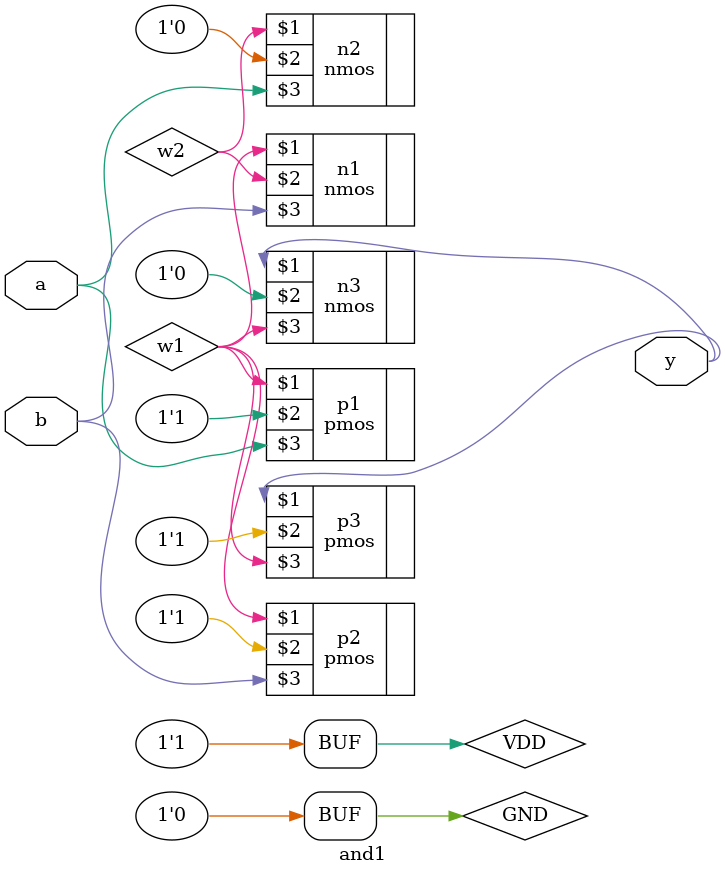
<source format=v>
module and1(a,b,y);
// Directions
input a,b;
output y;
// internal Signals
 wire w1;
 wire w2;
supply1 VDD;
supply0 GND;

	pmos p1(w1,VDD,a);
	pmos p2(w1,VDD,b);
	pmos p3(y,VDD,w1);
	nmos n1(w1,w2,b);
	nmos n2(w2,GND,a);
	nmos n3(y,GND,w1);
endmodule
</source>
